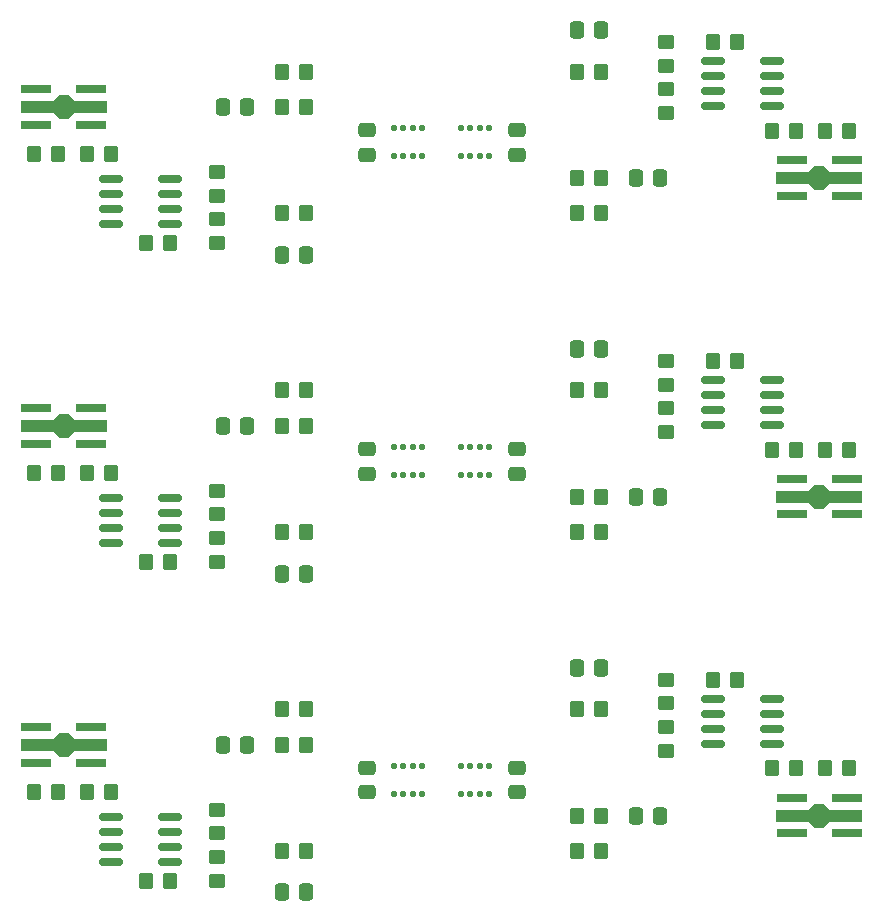
<source format=gbr>
%TF.GenerationSoftware,KiCad,Pcbnew,7.0.1*%
%TF.CreationDate,2023-04-17T17:37:10+02:00*%
%TF.ProjectId,BME680_shield_panel,424d4536-3830-45f7-9368-69656c645f70,rev?*%
%TF.SameCoordinates,Original*%
%TF.FileFunction,Paste,Top*%
%TF.FilePolarity,Positive*%
%FSLAX46Y46*%
G04 Gerber Fmt 4.6, Leading zero omitted, Abs format (unit mm)*
G04 Created by KiCad (PCBNEW 7.0.1) date 2023-04-17 17:37:10*
%MOMM*%
%LPD*%
G01*
G04 APERTURE LIST*
G04 Aperture macros list*
%AMRoundRect*
0 Rectangle with rounded corners*
0 $1 Rounding radius*
0 $2 $3 $4 $5 $6 $7 $8 $9 X,Y pos of 4 corners*
0 Add a 4 corners polygon primitive as box body*
4,1,4,$2,$3,$4,$5,$6,$7,$8,$9,$2,$3,0*
0 Add four circle primitives for the rounded corners*
1,1,$1+$1,$2,$3*
1,1,$1+$1,$4,$5*
1,1,$1+$1,$6,$7*
1,1,$1+$1,$8,$9*
0 Add four rect primitives between the rounded corners*
20,1,$1+$1,$2,$3,$4,$5,0*
20,1,$1+$1,$4,$5,$6,$7,0*
20,1,$1+$1,$6,$7,$8,$9,0*
20,1,$1+$1,$8,$9,$2,$3,0*%
%AMFreePoly0*
4,1,13,0.900000,0.500000,3.600000,0.500000,3.600000,-0.500000,0.900000,-0.500000,0.400000,-1.000000,-0.400000,-1.000000,-0.900000,-0.500000,-3.600000,-0.500000,-3.600000,0.500000,-0.900000,0.500000,-0.400000,1.000000,0.400000,1.000000,0.900000,0.500000,0.900000,0.500000,$1*%
G04 Aperture macros list end*
%ADD10R,2.500000X0.700000*%
%ADD11FreePoly0,180.000000*%
%ADD12RoundRect,0.250000X0.350000X0.450000X-0.350000X0.450000X-0.350000X-0.450000X0.350000X-0.450000X0*%
%ADD13RoundRect,0.250000X-0.475000X0.337500X-0.475000X-0.337500X0.475000X-0.337500X0.475000X0.337500X0*%
%ADD14RoundRect,0.150000X0.825000X0.150000X-0.825000X0.150000X-0.825000X-0.150000X0.825000X-0.150000X0*%
%ADD15RoundRect,0.125000X0.125000X0.137500X-0.125000X0.137500X-0.125000X-0.137500X0.125000X-0.137500X0*%
%ADD16RoundRect,0.250000X-0.350000X-0.450000X0.350000X-0.450000X0.350000X0.450000X-0.350000X0.450000X0*%
%ADD17RoundRect,0.250000X0.337500X0.475000X-0.337500X0.475000X-0.337500X-0.475000X0.337500X-0.475000X0*%
%ADD18RoundRect,0.250000X-0.337500X-0.475000X0.337500X-0.475000X0.337500X0.475000X-0.337500X0.475000X0*%
%ADD19RoundRect,0.125000X-0.125000X-0.137500X0.125000X-0.137500X0.125000X0.137500X-0.125000X0.137500X0*%
%ADD20RoundRect,0.150000X-0.825000X-0.150000X0.825000X-0.150000X0.825000X0.150000X-0.825000X0.150000X0*%
%ADD21RoundRect,0.250000X0.450000X-0.350000X0.450000X0.350000X-0.450000X0.350000X-0.450000X-0.350000X0*%
%ADD22RoundRect,0.250000X-0.450000X0.350000X-0.450000X-0.350000X0.450000X-0.350000X0.450000X0.350000X0*%
%ADD23FreePoly0,0.000000*%
%ADD24RoundRect,0.250000X0.475000X-0.337500X0.475000X0.337500X-0.475000X0.337500X-0.475000X-0.337500X0*%
G04 APERTURE END LIST*
D10*
%TO.C,U103*%
X60850000Y-94000000D03*
D11*
X58500000Y-92500000D03*
D10*
X60850000Y-91000000D03*
X56150000Y-91000000D03*
X56150000Y-94000000D03*
%TD*%
D12*
%TO.C,R103*%
X79000000Y-89500000D03*
X77000000Y-89500000D03*
%TD*%
D13*
%TO.C,C101*%
X96850000Y-40462500D03*
X96850000Y-42537500D03*
%TD*%
D14*
%TO.C,U104*%
X67475000Y-48405000D03*
X67475000Y-47135000D03*
X67475000Y-45865000D03*
X67475000Y-44595000D03*
X62525000Y-44595000D03*
X62525000Y-45865000D03*
X62525000Y-47135000D03*
X62525000Y-48405000D03*
%TD*%
D15*
%TO.C,U101*%
X94550000Y-96687500D03*
X93750000Y-96687500D03*
X92950000Y-96687500D03*
X92150000Y-96687500D03*
X92150000Y-94312500D03*
X92950000Y-94312500D03*
X93750000Y-94312500D03*
X94550000Y-94312500D03*
%TD*%
D16*
%TO.C,R105*%
X123000000Y-40500000D03*
X125000000Y-40500000D03*
%TD*%
D17*
%TO.C,C103*%
X109037500Y-98500000D03*
X106962500Y-98500000D03*
%TD*%
%TO.C,C102*%
X104037500Y-32000000D03*
X101962500Y-32000000D03*
%TD*%
D18*
%TO.C,C102*%
X76962500Y-51000000D03*
X79037500Y-51000000D03*
%TD*%
%TO.C,C103*%
X71962500Y-92500000D03*
X74037500Y-92500000D03*
%TD*%
%TO.C,C102*%
X76962500Y-105000000D03*
X79037500Y-105000000D03*
%TD*%
D14*
%TO.C,U104*%
X67475000Y-102405000D03*
X67475000Y-101135000D03*
X67475000Y-99865000D03*
X67475000Y-98595000D03*
X62525000Y-98595000D03*
X62525000Y-99865000D03*
X62525000Y-101135000D03*
X62525000Y-102405000D03*
%TD*%
D12*
%TO.C,R101*%
X79000000Y-101500000D03*
X77000000Y-101500000D03*
%TD*%
D16*
%TO.C,R104*%
X118500000Y-67500000D03*
X120500000Y-67500000D03*
%TD*%
D18*
%TO.C,C102*%
X76962500Y-78000000D03*
X79037500Y-78000000D03*
%TD*%
D19*
%TO.C,U101*%
X86450000Y-67312500D03*
X87250000Y-67312500D03*
X88050000Y-67312500D03*
X88850000Y-67312500D03*
X88850000Y-69687500D03*
X88050000Y-69687500D03*
X87250000Y-69687500D03*
X86450000Y-69687500D03*
%TD*%
D10*
%TO.C,U103*%
X60850000Y-67000000D03*
D11*
X58500000Y-65500000D03*
D10*
X60850000Y-64000000D03*
X56150000Y-64000000D03*
X56150000Y-67000000D03*
%TD*%
D17*
%TO.C,C102*%
X104037500Y-59000000D03*
X101962500Y-59000000D03*
%TD*%
D13*
%TO.C,C101*%
X96850000Y-94462500D03*
X96850000Y-96537500D03*
%TD*%
D16*
%TO.C,R102*%
X102000000Y-98500000D03*
X104000000Y-98500000D03*
%TD*%
D12*
%TO.C,R108*%
X67500000Y-77000000D03*
X65500000Y-77000000D03*
%TD*%
D20*
%TO.C,U104*%
X113525000Y-61595000D03*
X113525000Y-62865000D03*
X113525000Y-64135000D03*
X113525000Y-65405000D03*
X118475000Y-65405000D03*
X118475000Y-64135000D03*
X118475000Y-62865000D03*
X118475000Y-61595000D03*
%TD*%
D21*
%TO.C,R107*%
X71500000Y-77000000D03*
X71500000Y-75000000D03*
%TD*%
D19*
%TO.C,U101*%
X86450000Y-40312500D03*
X87250000Y-40312500D03*
X88050000Y-40312500D03*
X88850000Y-40312500D03*
X88850000Y-42687500D03*
X88050000Y-42687500D03*
X87250000Y-42687500D03*
X86450000Y-42687500D03*
%TD*%
D17*
%TO.C,C103*%
X109037500Y-71500000D03*
X106962500Y-71500000D03*
%TD*%
D16*
%TO.C,R101*%
X102000000Y-89500000D03*
X104000000Y-89500000D03*
%TD*%
D18*
%TO.C,C103*%
X71962500Y-38500000D03*
X74037500Y-38500000D03*
%TD*%
D16*
%TO.C,R102*%
X102000000Y-71500000D03*
X104000000Y-71500000D03*
%TD*%
D22*
%TO.C,R106*%
X71500000Y-44000000D03*
X71500000Y-46000000D03*
%TD*%
D17*
%TO.C,C102*%
X104037500Y-86000000D03*
X101962500Y-86000000D03*
%TD*%
%TO.C,C103*%
X109037500Y-44500000D03*
X106962500Y-44500000D03*
%TD*%
D21*
%TO.C,R106*%
X109500000Y-66000000D03*
X109500000Y-64000000D03*
%TD*%
D16*
%TO.C,R104*%
X118500000Y-40500000D03*
X120500000Y-40500000D03*
%TD*%
D20*
%TO.C,U104*%
X113525000Y-88595000D03*
X113525000Y-89865000D03*
X113525000Y-91135000D03*
X113525000Y-92405000D03*
X118475000Y-92405000D03*
X118475000Y-91135000D03*
X118475000Y-89865000D03*
X118475000Y-88595000D03*
%TD*%
D10*
%TO.C,U103*%
X60850000Y-40000000D03*
D11*
X58500000Y-38500000D03*
D10*
X60850000Y-37000000D03*
X56150000Y-37000000D03*
X56150000Y-40000000D03*
%TD*%
D21*
%TO.C,R107*%
X71500000Y-50000000D03*
X71500000Y-48000000D03*
%TD*%
D16*
%TO.C,R102*%
X102000000Y-44500000D03*
X104000000Y-44500000D03*
%TD*%
D22*
%TO.C,R106*%
X71500000Y-71000000D03*
X71500000Y-73000000D03*
%TD*%
D12*
%TO.C,R103*%
X79000000Y-35500000D03*
X77000000Y-35500000D03*
%TD*%
D16*
%TO.C,R101*%
X102000000Y-62500000D03*
X104000000Y-62500000D03*
%TD*%
%TO.C,R105*%
X123000000Y-67500000D03*
X125000000Y-67500000D03*
%TD*%
D12*
%TO.C,R105*%
X58000000Y-69500000D03*
X56000000Y-69500000D03*
%TD*%
D21*
%TO.C,R106*%
X109500000Y-39000000D03*
X109500000Y-37000000D03*
%TD*%
D16*
%TO.C,R103*%
X102000000Y-101500000D03*
X104000000Y-101500000D03*
%TD*%
D12*
%TO.C,R104*%
X62500000Y-42500000D03*
X60500000Y-42500000D03*
%TD*%
D13*
%TO.C,C101*%
X96850000Y-67462500D03*
X96850000Y-69537500D03*
%TD*%
D22*
%TO.C,R107*%
X109500000Y-60000000D03*
X109500000Y-62000000D03*
%TD*%
D10*
%TO.C,U103*%
X120150000Y-43000000D03*
D23*
X122500000Y-44500000D03*
D10*
X120150000Y-46000000D03*
X124850000Y-46000000D03*
X124850000Y-43000000D03*
%TD*%
D24*
%TO.C,C101*%
X84150000Y-69537500D03*
X84150000Y-67462500D03*
%TD*%
D12*
%TO.C,R101*%
X79000000Y-74500000D03*
X77000000Y-74500000D03*
%TD*%
D20*
%TO.C,U104*%
X113525000Y-34595000D03*
X113525000Y-35865000D03*
X113525000Y-37135000D03*
X113525000Y-38405000D03*
X118475000Y-38405000D03*
X118475000Y-37135000D03*
X118475000Y-35865000D03*
X118475000Y-34595000D03*
%TD*%
D22*
%TO.C,R107*%
X109500000Y-33000000D03*
X109500000Y-35000000D03*
%TD*%
D12*
%TO.C,R104*%
X62500000Y-96500000D03*
X60500000Y-96500000D03*
%TD*%
D19*
%TO.C,U101*%
X86450000Y-94312500D03*
X87250000Y-94312500D03*
X88050000Y-94312500D03*
X88850000Y-94312500D03*
X88850000Y-96687500D03*
X88050000Y-96687500D03*
X87250000Y-96687500D03*
X86450000Y-96687500D03*
%TD*%
D16*
%TO.C,R101*%
X102000000Y-35500000D03*
X104000000Y-35500000D03*
%TD*%
%TO.C,R103*%
X102000000Y-47500000D03*
X104000000Y-47500000D03*
%TD*%
%TO.C,R105*%
X123000000Y-94500000D03*
X125000000Y-94500000D03*
%TD*%
%TO.C,R103*%
X102000000Y-74500000D03*
X104000000Y-74500000D03*
%TD*%
D12*
%TO.C,R102*%
X79000000Y-92500000D03*
X77000000Y-92500000D03*
%TD*%
D16*
%TO.C,R108*%
X113500000Y-87000000D03*
X115500000Y-87000000D03*
%TD*%
D18*
%TO.C,C103*%
X71962500Y-65500000D03*
X74037500Y-65500000D03*
%TD*%
D16*
%TO.C,R104*%
X118500000Y-94500000D03*
X120500000Y-94500000D03*
%TD*%
D15*
%TO.C,U101*%
X94550000Y-42687500D03*
X93750000Y-42687500D03*
X92950000Y-42687500D03*
X92150000Y-42687500D03*
X92150000Y-40312500D03*
X92950000Y-40312500D03*
X93750000Y-40312500D03*
X94550000Y-40312500D03*
%TD*%
D12*
%TO.C,R101*%
X79000000Y-47500000D03*
X77000000Y-47500000D03*
%TD*%
D24*
%TO.C,C101*%
X84150000Y-42537500D03*
X84150000Y-40462500D03*
%TD*%
D12*
%TO.C,R102*%
X79000000Y-65500000D03*
X77000000Y-65500000D03*
%TD*%
D22*
%TO.C,R106*%
X71500000Y-98000000D03*
X71500000Y-100000000D03*
%TD*%
D24*
%TO.C,C101*%
X84150000Y-96537500D03*
X84150000Y-94462500D03*
%TD*%
D12*
%TO.C,R103*%
X79000000Y-62500000D03*
X77000000Y-62500000D03*
%TD*%
D21*
%TO.C,R107*%
X71500000Y-104000000D03*
X71500000Y-102000000D03*
%TD*%
D12*
%TO.C,R102*%
X79000000Y-38500000D03*
X77000000Y-38500000D03*
%TD*%
D16*
%TO.C,R108*%
X113500000Y-33000000D03*
X115500000Y-33000000D03*
%TD*%
D12*
%TO.C,R108*%
X67500000Y-104000000D03*
X65500000Y-104000000D03*
%TD*%
D10*
%TO.C,U103*%
X120150000Y-97000000D03*
D23*
X122500000Y-98500000D03*
D10*
X120150000Y-100000000D03*
X124850000Y-100000000D03*
X124850000Y-97000000D03*
%TD*%
D12*
%TO.C,R105*%
X58000000Y-96500000D03*
X56000000Y-96500000D03*
%TD*%
D16*
%TO.C,R108*%
X113500000Y-60000000D03*
X115500000Y-60000000D03*
%TD*%
D10*
%TO.C,U103*%
X120150000Y-70000000D03*
D23*
X122500000Y-71500000D03*
D10*
X120150000Y-73000000D03*
X124850000Y-73000000D03*
X124850000Y-70000000D03*
%TD*%
D14*
%TO.C,U104*%
X67475000Y-75405000D03*
X67475000Y-74135000D03*
X67475000Y-72865000D03*
X67475000Y-71595000D03*
X62525000Y-71595000D03*
X62525000Y-72865000D03*
X62525000Y-74135000D03*
X62525000Y-75405000D03*
%TD*%
D12*
%TO.C,R105*%
X58000000Y-42500000D03*
X56000000Y-42500000D03*
%TD*%
D22*
%TO.C,R107*%
X109500000Y-87000000D03*
X109500000Y-89000000D03*
%TD*%
D21*
%TO.C,R106*%
X109500000Y-93000000D03*
X109500000Y-91000000D03*
%TD*%
D12*
%TO.C,R104*%
X62500000Y-69500000D03*
X60500000Y-69500000D03*
%TD*%
D15*
%TO.C,U101*%
X94550000Y-69687500D03*
X93750000Y-69687500D03*
X92950000Y-69687500D03*
X92150000Y-69687500D03*
X92150000Y-67312500D03*
X92950000Y-67312500D03*
X93750000Y-67312500D03*
X94550000Y-67312500D03*
%TD*%
D12*
%TO.C,R108*%
X67500000Y-50000000D03*
X65500000Y-50000000D03*
%TD*%
M02*

</source>
